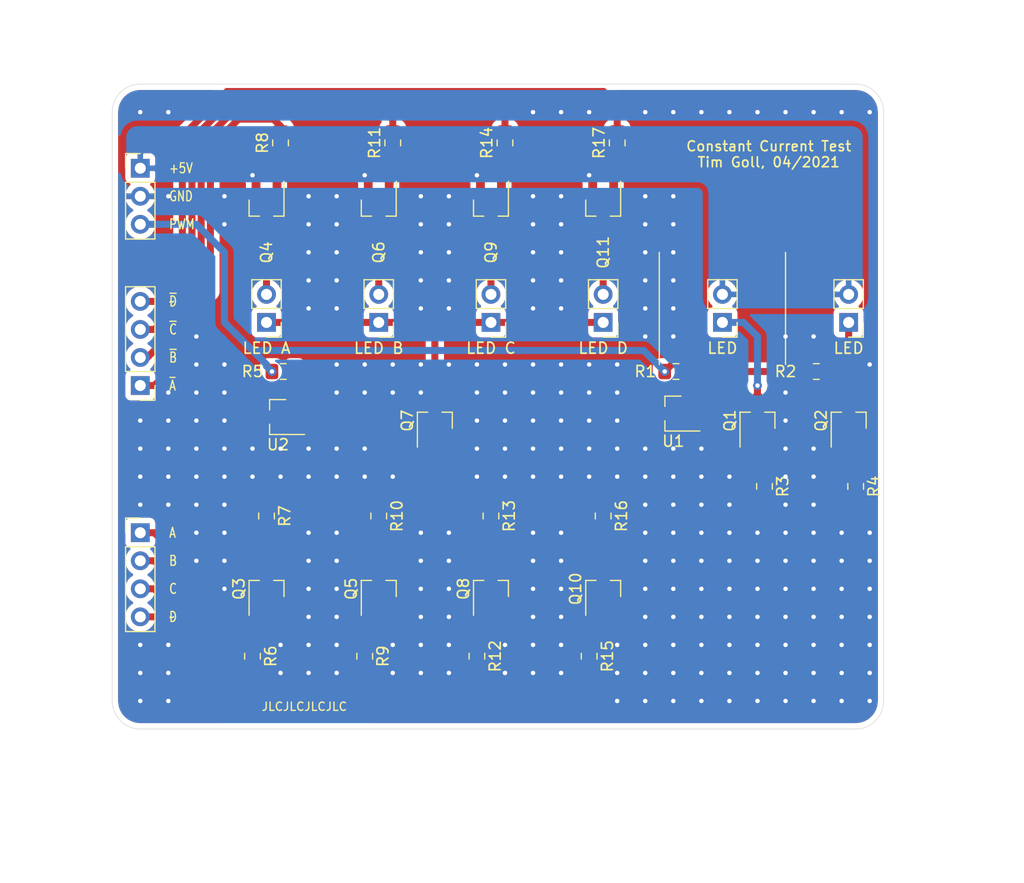
<source format=kicad_pcb>
(kicad_pcb (version 20171130) (host pcbnew "(5.1.6)-1")
  (layers (0 F.Cu signal) (31 B.Cu signal) (34 B.Paste user) (35 F.Paste user) (36 B.SilkS user) (37 F.SilkS user) (38 B.Mask user) (39 F.Mask user) (44 Edge.Cuts user))
  (net 0 "")
  (net 1 +5V)
  (net 2 GND)
  (net 3 pwm)
  (net 4 "Net-(J2-Pad1)")
  (net 5 "Net-(J3-Pad1)")
  (net 6 ~A)
  (net 7 ~B)
  (net 8 ~C)
  (net 9 ~D)
  (net 10 D)
  (net 11 C)
  (net 12 B)
  (net 13 A)
  (net 14 "Net-(J6-Pad2)")
  (net 15 "Net-(J6-Pad1)")
  (net 16 "Net-(J7-Pad2)")
  (net 17 "Net-(J8-Pad2)")
  (net 18 "Net-(J9-Pad2)")
  (net 19 "Net-(Q1-Pad1)")
  (net 20 "Net-(Q1-Pad2)")
  (net 21 "Net-(Q2-Pad1)")
  (net 22 "Net-(Q2-Pad2)")
  (net 23 "Net-(Q3-Pad1)")
  (net 24 "Net-(Q3-Pad3)")
  (net 25 "Net-(Q4-Pad1)")
  (net 26 "Net-(Q5-Pad1)")
  (net 27 "Net-(Q5-Pad3)")
  (net 28 "Net-(Q6-Pad1)")
  (net 29 "Net-(Q7-Pad1)")
  (net 30 "Net-(Q7-Pad2)")
  (net 31 "Net-(Q8-Pad3)")
  (net 32 "Net-(Q8-Pad1)")
  (net 33 "Net-(Q9-Pad1)")
  (net 34 "Net-(Q10-Pad1)")
  (net 35 "Net-(Q10-Pad3)")
  (net 36 "Net-(Q11-Pad1)")
  (module Connector_PinHeader_2.54mm:PinHeader_1x03_P2.54mm_Vertical (layer F.Cu) (at 38.1 30.48)
    (fp_text reference J1 hide)
    (fp_text value conn_in)
    (pad 1 thru_hole rect (at 0 0) (size 1.7 1.7) (drill 1) (layers *.Cu *.Mask) (net 1 +5V))
    (pad 2 thru_hole oval (at 0 2.54) (size 1.7 1.7) (drill 1) (layers *.Cu *.Mask) (net 2 GND))
    (pad 3 thru_hole oval (at 0 5.08) (size 1.7 1.7) (drill 1) (layers *.Cu *.Mask) (net 3 pwm))
  )
  (module Connector_PinHeader_2.54mm:PinHeader_1x02_P2.54mm_Vertical (layer F.Cu) (at 90.805 44.45 180)
    (fp_text reference LED (at 0 -2.33) (layer F.SilkS))
    (fp_text value LED)
    (pad 2 thru_hole oval (at 0 2.54 180) (size 1.7 1.7) (drill 1) (layers *.Cu *.Mask) (net 1 +5V))
    (pad 1 thru_hole rect (at 0 0 180) (size 1.7 1.7) (drill 1) (layers *.Cu *.Mask) (net 4 "Net-(J2-Pad1)"))
  )
  (module Connector_PinHeader_2.54mm:PinHeader_1x02_P2.54mm_Vertical (layer F.Cu) (at 102.235 44.45 180)
    (fp_text reference LED (at 0 -2.33) (layer F.SilkS))
    (fp_text value LED_R)
    (pad 1 thru_hole rect (at 0 0 180) (size 1.7 1.7) (drill 1) (layers *.Cu *.Mask) (net 5 "Net-(J3-Pad1)"))
    (pad 2 thru_hole oval (at 0 2.54 180) (size 1.7 1.7) (drill 1) (layers *.Cu *.Mask) (net 1 +5V))
  )
  (module Connector_PinHeader_2.54mm:PinHeader_1x04_P2.54mm_Vertical (layer F.Cu) (at 38.1 50.165 180)
    (fp_text reference J4 hide)
    (fp_text value ~enb)
    (pad 1 thru_hole rect (at 0 0 180) (size 1.7 1.7) (drill 1) (layers *.Cu *.Mask) (net 6 ~A))
    (pad 2 thru_hole oval (at 0 2.54 180) (size 1.7 1.7) (drill 1) (layers *.Cu *.Mask) (net 7 ~B))
    (pad 3 thru_hole oval (at 0 5.08 180) (size 1.7 1.7) (drill 1) (layers *.Cu *.Mask) (net 8 ~C))
    (pad 4 thru_hole oval (at 0 7.62 180) (size 1.7 1.7) (drill 1) (layers *.Cu *.Mask) (net 9 ~D))
  )
  (module Connector_PinHeader_2.54mm:PinHeader_1x04_P2.54mm_Vertical (layer F.Cu) (at 38.1 63.5)
    (fp_text reference J5 hide)
    (fp_text value enb)
    (pad 4 thru_hole oval (at 0 7.62) (size 1.7 1.7) (drill 1) (layers *.Cu *.Mask) (net 10 D))
    (pad 3 thru_hole oval (at 0 5.08) (size 1.7 1.7) (drill 1) (layers *.Cu *.Mask) (net 11 C))
    (pad 2 thru_hole oval (at 0 2.54) (size 1.7 1.7) (drill 1) (layers *.Cu *.Mask) (net 12 B))
    (pad 1 thru_hole rect (at 0 0) (size 1.7 1.7) (drill 1) (layers *.Cu *.Mask) (net 13 A))
  )
  (module Connector_PinHeader_2.54mm:PinHeader_1x02_P2.54mm_Vertical (layer F.Cu) (at 49.53 44.45 180)
    (fp_text reference "LED A" (at 0 -2.33) (layer F.SilkS))
    (fp_text value LED_A)
    (pad 2 thru_hole oval (at 0 2.54 180) (size 1.7 1.7) (drill 1) (layers *.Cu *.Mask) (net 14 "Net-(J6-Pad2)"))
    (pad 1 thru_hole rect (at 0 0 180) (size 1.7 1.7) (drill 1) (layers *.Cu *.Mask) (net 15 "Net-(J6-Pad1)"))
  )
  (module Connector_PinHeader_2.54mm:PinHeader_1x02_P2.54mm_Vertical (layer F.Cu) (at 59.69 44.45 180)
    (fp_text reference "LED B" (at 0 -2.33) (layer F.SilkS))
    (fp_text value LED_B)
    (pad 1 thru_hole rect (at 0 0 180) (size 1.7 1.7) (drill 1) (layers *.Cu *.Mask) (net 15 "Net-(J6-Pad1)"))
    (pad 2 thru_hole oval (at 0 2.54 180) (size 1.7 1.7) (drill 1) (layers *.Cu *.Mask) (net 16 "Net-(J7-Pad2)"))
  )
  (module Connector_PinHeader_2.54mm:PinHeader_1x02_P2.54mm_Vertical (layer F.Cu) (at 69.85 44.45 180)
    (fp_text reference "LED C" (at 0 -2.33) (layer F.SilkS))
    (fp_text value LED_C)
    (pad 2 thru_hole oval (at 0 2.54 180) (size 1.7 1.7) (drill 1) (layers *.Cu *.Mask) (net 17 "Net-(J8-Pad2)"))
    (pad 1 thru_hole rect (at 0 0 180) (size 1.7 1.7) (drill 1) (layers *.Cu *.Mask) (net 15 "Net-(J6-Pad1)"))
  )
  (module Connector_PinHeader_2.54mm:PinHeader_1x02_P2.54mm_Vertical (layer F.Cu) (at 80.01 44.45 180)
    (fp_text reference "LED D" (at 0 -2.33) (layer F.SilkS))
    (fp_text value LED_D)
    (pad 1 thru_hole rect (at 0 0 180) (size 1.7 1.7) (drill 1) (layers *.Cu *.Mask) (net 15 "Net-(J6-Pad1)"))
    (pad 2 thru_hole oval (at 0 2.54 180) (size 1.7 1.7) (drill 1) (layers *.Cu *.Mask) (net 18 "Net-(J9-Pad2)"))
  )
  (module Package_TO_SOT_SMD:SOT-23_Handsoldering (layer F.Cu) (at 93.98 53.34 90)
    (fp_text reference Q1 (at 0 -2.5 90) (layer F.SilkS))
    (fp_text value BC847C)
    (pad 1 smd rect (at -1.5 -0.95 90) (size 1.9 0.8) (layers F.Cu F.Paste F.Mask) (net 19 "Net-(Q1-Pad1)"))
    (pad 2 smd rect (at -1.5 0.95 90) (size 1.9 0.8) (layers F.Cu F.Paste F.Mask) (net 20 "Net-(Q1-Pad2)"))
    (pad 3 smd rect (at 1.5 0 90) (size 1.9 0.8) (layers F.Cu F.Paste F.Mask) (net 4 "Net-(J2-Pad1)"))
  )
  (module Package_TO_SOT_SMD:SOT-23_Handsoldering (layer F.Cu) (at 102.235 53.34 90)
    (fp_text reference Q2 (at 0 -2.5 90) (layer F.SilkS))
    (fp_text value BC847C)
    (pad 1 smd rect (at -1.5 -0.95 90) (size 1.9 0.8) (layers F.Cu F.Paste F.Mask) (net 21 "Net-(Q2-Pad1)"))
    (pad 2 smd rect (at -1.5 0.95 90) (size 1.9 0.8) (layers F.Cu F.Paste F.Mask) (net 22 "Net-(Q2-Pad2)"))
    (pad 3 smd rect (at 1.5 0 90) (size 1.9 0.8) (layers F.Cu F.Paste F.Mask) (net 5 "Net-(J3-Pad1)"))
  )
  (module Package_TO_SOT_SMD:SOT-23_Handsoldering (layer F.Cu) (at 49.53 68.58 90)
    (fp_text reference Q3 (at 0 -2.5 90) (layer F.SilkS))
    (fp_text value BC847C)
    (pad 1 smd rect (at -1.5 -0.95 90) (size 1.9 0.8) (layers F.Cu F.Paste F.Mask) (net 23 "Net-(Q3-Pad1)"))
    (pad 2 smd rect (at -1.5 0.95 90) (size 1.9 0.8) (layers F.Cu F.Paste F.Mask) (net 2 GND))
    (pad 3 smd rect (at 1.5 0 90) (size 1.9 0.8) (layers F.Cu F.Paste F.Mask) (net 24 "Net-(Q3-Pad3)"))
  )
  (module Package_TO_SOT_SMD:SOT-23_Handsoldering (layer F.Cu) (at 49.53 34.06 270)
    (fp_text reference Q4 (at 4.04 0 90) (layer F.SilkS))
    (fp_text value BC857C)
    (pad 3 smd rect (at 1.5 0 270) (size 1.9 0.8) (layers F.Cu F.Paste F.Mask) (net 14 "Net-(J6-Pad2)"))
    (pad 2 smd rect (at -1.5 0.95 270) (size 1.9 0.8) (layers F.Cu F.Paste F.Mask) (net 1 +5V))
    (pad 1 smd rect (at -1.5 -0.95 270) (size 1.9 0.8) (layers F.Cu F.Paste F.Mask) (net 25 "Net-(Q4-Pad1)"))
  )
  (module Package_TO_SOT_SMD:SOT-23_Handsoldering (layer F.Cu) (at 59.69 68.58 90)
    (fp_text reference Q5 (at 0 -2.5 90) (layer F.SilkS))
    (fp_text value BC847C)
    (pad 1 smd rect (at -1.5 -0.95 90) (size 1.9 0.8) (layers F.Cu F.Paste F.Mask) (net 26 "Net-(Q5-Pad1)"))
    (pad 2 smd rect (at -1.5 0.95 90) (size 1.9 0.8) (layers F.Cu F.Paste F.Mask) (net 2 GND))
    (pad 3 smd rect (at 1.5 0 90) (size 1.9 0.8) (layers F.Cu F.Paste F.Mask) (net 27 "Net-(Q5-Pad3)"))
  )
  (module Package_TO_SOT_SMD:SOT-23_Handsoldering (layer F.Cu) (at 59.69 34.06 270)
    (fp_text reference Q6 (at 4.04 0 90) (layer F.SilkS))
    (fp_text value BC857C)
    (pad 3 smd rect (at 1.5 0 270) (size 1.9 0.8) (layers F.Cu F.Paste F.Mask) (net 16 "Net-(J7-Pad2)"))
    (pad 2 smd rect (at -1.5 0.95 270) (size 1.9 0.8) (layers F.Cu F.Paste F.Mask) (net 1 +5V))
    (pad 1 smd rect (at -1.5 -0.95 270) (size 1.9 0.8) (layers F.Cu F.Paste F.Mask) (net 28 "Net-(Q6-Pad1)"))
  )
  (module Package_TO_SOT_SMD:SOT-23_Handsoldering (layer F.Cu) (at 64.77 53.34 90)
    (fp_text reference Q7 (at 0 -2.5 90) (layer F.SilkS))
    (fp_text value BC847C)
    (pad 1 smd rect (at -1.5 -0.95 90) (size 1.9 0.8) (layers F.Cu F.Paste F.Mask) (net 29 "Net-(Q7-Pad1)"))
    (pad 2 smd rect (at -1.5 0.95 90) (size 1.9 0.8) (layers F.Cu F.Paste F.Mask) (net 30 "Net-(Q7-Pad2)"))
    (pad 3 smd rect (at 1.5 0 90) (size 1.9 0.8) (layers F.Cu F.Paste F.Mask) (net 15 "Net-(J6-Pad1)"))
  )
  (module Package_TO_SOT_SMD:SOT-23_Handsoldering (layer F.Cu) (at 69.85 68.58 90)
    (fp_text reference Q8 (at 0 -2.5 90) (layer F.SilkS))
    (fp_text value BC847C)
    (pad 3 smd rect (at 1.5 0 90) (size 1.9 0.8) (layers F.Cu F.Paste F.Mask) (net 31 "Net-(Q8-Pad3)"))
    (pad 2 smd rect (at -1.5 0.95 90) (size 1.9 0.8) (layers F.Cu F.Paste F.Mask) (net 2 GND))
    (pad 1 smd rect (at -1.5 -0.95 90) (size 1.9 0.8) (layers F.Cu F.Paste F.Mask) (net 32 "Net-(Q8-Pad1)"))
  )
  (module Package_TO_SOT_SMD:SOT-23_Handsoldering (layer F.Cu) (at 69.85 34.06 270)
    (fp_text reference Q9 (at 4.04 0 90) (layer F.SilkS))
    (fp_text value BC857C)
    (pad 1 smd rect (at -1.5 -0.95 270) (size 1.9 0.8) (layers F.Cu F.Paste F.Mask) (net 33 "Net-(Q9-Pad1)"))
    (pad 2 smd rect (at -1.5 0.95 270) (size 1.9 0.8) (layers F.Cu F.Paste F.Mask) (net 1 +5V))
    (pad 3 smd rect (at 1.5 0 270) (size 1.9 0.8) (layers F.Cu F.Paste F.Mask) (net 17 "Net-(J8-Pad2)"))
  )
  (module Package_TO_SOT_SMD:SOT-23_Handsoldering (layer F.Cu) (at 80.01 68.58 90)
    (fp_text reference Q10 (at 0 -2.5 90) (layer F.SilkS))
    (fp_text value BC847C)
    (pad 1 smd rect (at -1.5 -0.95 90) (size 1.9 0.8) (layers F.Cu F.Paste F.Mask) (net 34 "Net-(Q10-Pad1)"))
    (pad 2 smd rect (at -1.5 0.95 90) (size 1.9 0.8) (layers F.Cu F.Paste F.Mask) (net 2 GND))
    (pad 3 smd rect (at 1.5 0 90) (size 1.9 0.8) (layers F.Cu F.Paste F.Mask) (net 35 "Net-(Q10-Pad3)"))
  )
  (module Package_TO_SOT_SMD:SOT-23_Handsoldering (layer F.Cu) (at 80.01 34.06 270)
    (fp_text reference Q11 (at 4.04 0 90) (layer F.SilkS))
    (fp_text value BC857C)
    (pad 3 smd rect (at 1.5 0 270) (size 1.9 0.8) (layers F.Cu F.Paste F.Mask) (net 18 "Net-(J9-Pad2)"))
    (pad 2 smd rect (at -1.5 0.95 270) (size 1.9 0.8) (layers F.Cu F.Paste F.Mask) (net 1 +5V))
    (pad 1 smd rect (at -1.5 -0.95 270) (size 1.9 0.8) (layers F.Cu F.Paste F.Mask) (net 36 "Net-(Q11-Pad1)"))
  )
  (module Resistor_SMD:R_0805_2012Metric_Pad1.15x1.40mm_HandSolder (layer F.Cu) (at 86.605 48.895)
    (fp_text reference R1 (at -2.785 0) (layer F.SilkS))
    (fp_text value 1k)
    (pad 2 smd roundrect (at 1.025 0) (size 1.15 1.4) (layers F.Cu F.Paste F.Mask) (roundrect_rratio 0.217391) (net 19 "Net-(Q1-Pad1)"))
    (pad 1 smd roundrect (at -1.025 0) (size 1.15 1.4) (layers F.Cu F.Paste F.Mask) (roundrect_rratio 0.217391) (net 3 pwm))
  )
  (module Resistor_SMD:R_0805_2012Metric_Pad1.15x1.40mm_HandSolder (layer F.Cu) (at 99.305 48.895)
    (fp_text reference R2 (at -2.785 0) (layer F.SilkS))
    (fp_text value 1k)
    (pad 1 smd roundrect (at -1.025 0) (size 1.15 1.4) (layers F.Cu F.Paste F.Mask) (roundrect_rratio 0.217391) (net 3 pwm))
    (pad 2 smd roundrect (at 1.025 0) (size 1.15 1.4) (layers F.Cu F.Paste F.Mask) (roundrect_rratio 0.217391) (net 21 "Net-(Q2-Pad1)"))
  )
  (module Resistor_SMD:R_0805_2012Metric_Pad1.15x1.40mm_HandSolder (layer F.Cu) (at 94.615 59.3 270)
    (fp_text reference R3 (at 0 -1.65 90) (layer F.SilkS))
    (fp_text value 62R)
    (pad 1 smd roundrect (at -1.025 0 270) (size 1.15 1.4) (layers F.Cu F.Paste F.Mask) (roundrect_rratio 0.217391) (net 20 "Net-(Q1-Pad2)"))
    (pad 2 smd roundrect (at 1.025 0 270) (size 1.15 1.4) (layers F.Cu F.Paste F.Mask) (roundrect_rratio 0.217391) (net 2 GND))
  )
  (module Resistor_SMD:R_0805_2012Metric_Pad1.15x1.40mm_HandSolder (layer F.Cu) (at 102.87 59.3 270)
    (fp_text reference R4 (at 0 -1.65 90) (layer F.SilkS))
    (fp_text value 150R)
    (pad 2 smd roundrect (at 1.025 0 270) (size 1.15 1.4) (layers F.Cu F.Paste F.Mask) (roundrect_rratio 0.217391) (net 2 GND))
    (pad 1 smd roundrect (at -1.025 0 270) (size 1.15 1.4) (layers F.Cu F.Paste F.Mask) (roundrect_rratio 0.217391) (net 22 "Net-(Q2-Pad2)"))
  )
  (module Resistor_SMD:R_0805_2012Metric_Pad1.15x1.40mm_HandSolder (layer F.Cu) (at 51.045 48.895)
    (fp_text reference R5 (at -2.785 0) (layer F.SilkS))
    (fp_text value 1k)
    (pad 1 smd roundrect (at -1.025 0) (size 1.15 1.4) (layers F.Cu F.Paste F.Mask) (roundrect_rratio 0.217391) (net 3 pwm))
    (pad 2 smd roundrect (at 1.025 0) (size 1.15 1.4) (layers F.Cu F.Paste F.Mask) (roundrect_rratio 0.217391) (net 29 "Net-(Q7-Pad1)"))
  )
  (module Resistor_SMD:R_0805_2012Metric_Pad1.15x1.40mm_HandSolder (layer F.Cu) (at 48.26 74.685 270)
    (fp_text reference R6 (at 0 -1.65 90) (layer F.SilkS))
    (fp_text value 1k)
    (pad 2 smd roundrect (at 1.025 0 270) (size 1.15 1.4) (layers F.Cu F.Paste F.Mask) (roundrect_rratio 0.217391) (net 13 A))
    (pad 1 smd roundrect (at -1.025 0 270) (size 1.15 1.4) (layers F.Cu F.Paste F.Mask) (roundrect_rratio 0.217391) (net 23 "Net-(Q3-Pad1)"))
  )
  (module Resistor_SMD:R_0805_2012Metric_Pad1.15x1.40mm_HandSolder (layer F.Cu) (at 49.53 61.985 270)
    (fp_text reference R7 (at 0 -1.65 90) (layer F.SilkS))
    (fp_text value 62R)
    (pad 1 smd roundrect (at -1.025 0 270) (size 1.15 1.4) (layers F.Cu F.Paste F.Mask) (roundrect_rratio 0.217391) (net 30 "Net-(Q7-Pad2)"))
    (pad 2 smd roundrect (at 1.025 0 270) (size 1.15 1.4) (layers F.Cu F.Paste F.Mask) (roundrect_rratio 0.217391) (net 24 "Net-(Q3-Pad3)"))
  )
  (module Resistor_SMD:R_0805_2012Metric_Pad1.15x1.40mm_HandSolder (layer F.Cu) (at 50.8 28.185 90)
    (fp_text reference R8 (at 0 -1.65 90) (layer F.SilkS))
    (fp_text value 1k)
    (pad 1 smd roundrect (at -1.025 0 90) (size 1.15 1.4) (layers F.Cu F.Paste F.Mask) (roundrect_rratio 0.217391) (net 25 "Net-(Q4-Pad1)"))
    (pad 2 smd roundrect (at 1.025 0 90) (size 1.15 1.4) (layers F.Cu F.Paste F.Mask) (roundrect_rratio 0.217391) (net 6 ~A))
  )
  (module Resistor_SMD:R_0805_2012Metric_Pad1.15x1.40mm_HandSolder (layer F.Cu) (at 58.42 74.685 270)
    (fp_text reference R9 (at 0 -1.65 270) (layer F.SilkS))
    (fp_text value 1k)
    (pad 2 smd roundrect (at 1.025 0 270) (size 1.15 1.4) (layers F.Cu F.Paste F.Mask) (roundrect_rratio 0.217391) (net 12 B))
    (pad 1 smd roundrect (at -1.025 0 270) (size 1.15 1.4) (layers F.Cu F.Paste F.Mask) (roundrect_rratio 0.217391) (net 26 "Net-(Q5-Pad1)"))
  )
  (module Resistor_SMD:R_0805_2012Metric_Pad1.15x1.40mm_HandSolder (layer F.Cu) (at 59.69 61.985 270)
    (fp_text reference R10 (at 0 -1.65 90) (layer F.SilkS))
    (fp_text value 62R)
    (pad 1 smd roundrect (at -1.025 0 270) (size 1.15 1.4) (layers F.Cu F.Paste F.Mask) (roundrect_rratio 0.217391) (net 30 "Net-(Q7-Pad2)"))
    (pad 2 smd roundrect (at 1.025 0 270) (size 1.15 1.4) (layers F.Cu F.Paste F.Mask) (roundrect_rratio 0.217391) (net 27 "Net-(Q5-Pad3)"))
  )
  (module Resistor_SMD:R_0805_2012Metric_Pad1.15x1.40mm_HandSolder (layer F.Cu) (at 60.96 28.185 90)
    (fp_text reference R11 (at 0 -1.65 90) (layer F.SilkS))
    (fp_text value 1k)
    (pad 2 smd roundrect (at 1.025 0 90) (size 1.15 1.4) (layers F.Cu F.Paste F.Mask) (roundrect_rratio 0.217391) (net 7 ~B))
    (pad 1 smd roundrect (at -1.025 0 90) (size 1.15 1.4) (layers F.Cu F.Paste F.Mask) (roundrect_rratio 0.217391) (net 28 "Net-(Q6-Pad1)"))
  )
  (module Resistor_SMD:R_0805_2012Metric_Pad1.15x1.40mm_HandSolder (layer F.Cu) (at 68.58 74.685 270)
    (fp_text reference R12 (at 0 -1.65 90) (layer F.SilkS))
    (fp_text value 1k)
    (pad 1 smd roundrect (at -1.025 0 270) (size 1.15 1.4) (layers F.Cu F.Paste F.Mask) (roundrect_rratio 0.217391) (net 32 "Net-(Q8-Pad1)"))
    (pad 2 smd roundrect (at 1.025 0 270) (size 1.15 1.4) (layers F.Cu F.Paste F.Mask) (roundrect_rratio 0.217391) (net 11 C))
  )
  (module Resistor_SMD:R_0805_2012Metric_Pad1.15x1.40mm_HandSolder (layer F.Cu) (at 69.85 61.985 270)
    (fp_text reference R13 (at 0 -1.65 90) (layer F.SilkS))
    (fp_text value 62R)
    (pad 2 smd roundrect (at 1.025 0 270) (size 1.15 1.4) (layers F.Cu F.Paste F.Mask) (roundrect_rratio 0.217391) (net 31 "Net-(Q8-Pad3)"))
    (pad 1 smd roundrect (at -1.025 0 270) (size 1.15 1.4) (layers F.Cu F.Paste F.Mask) (roundrect_rratio 0.217391) (net 30 "Net-(Q7-Pad2)"))
  )
  (module Resistor_SMD:R_0805_2012Metric_Pad1.15x1.40mm_HandSolder (layer F.Cu) (at 71.12 28.185 90)
    (fp_text reference R14 (at 0 -1.65 90) (layer F.SilkS))
    (fp_text value 1k)
    (pad 1 smd roundrect (at -1.025 0 90) (size 1.15 1.4) (layers F.Cu F.Paste F.Mask) (roundrect_rratio 0.217391) (net 33 "Net-(Q9-Pad1)"))
    (pad 2 smd roundrect (at 1.025 0 90) (size 1.15 1.4) (layers F.Cu F.Paste F.Mask) (roundrect_rratio 0.217391) (net 8 ~C))
  )
  (module Resistor_SMD:R_0805_2012Metric_Pad1.15x1.40mm_HandSolder (layer F.Cu) (at 78.74 74.685 270)
    (fp_text reference R15 (at 0 -1.65 90) (layer F.SilkS))
    (fp_text value 1k)
    (pad 2 smd roundrect (at 1.025 0 270) (size 1.15 1.4) (layers F.Cu F.Paste F.Mask) (roundrect_rratio 0.217391) (net 10 D))
    (pad 1 smd roundrect (at -1.025 0 270) (size 1.15 1.4) (layers F.Cu F.Paste F.Mask) (roundrect_rratio 0.217391) (net 34 "Net-(Q10-Pad1)"))
  )
  (module Resistor_SMD:R_0805_2012Metric_Pad1.15x1.40mm_HandSolder (layer F.Cu) (at 80.01 61.985 270)
    (fp_text reference R16 (at 0 -1.65 90) (layer F.SilkS))
    (fp_text value 62R)
    (pad 1 smd roundrect (at -1.025 0 270) (size 1.15 1.4) (layers F.Cu F.Paste F.Mask) (roundrect_rratio 0.217391) (net 30 "Net-(Q7-Pad2)"))
    (pad 2 smd roundrect (at 1.025 0 270) (size 1.15 1.4) (layers F.Cu F.Paste F.Mask) (roundrect_rratio 0.217391) (net 35 "Net-(Q10-Pad3)"))
  )
  (module Resistor_SMD:R_0805_2012Metric_Pad1.15x1.40mm_HandSolder (layer F.Cu) (at 81.28 28.185 90)
    (fp_text reference R17 (at 0 -1.65 90) (layer F.SilkS))
    (fp_text value 1k)
    (pad 2 smd roundrect (at 1.025 0 90) (size 1.15 1.4) (layers F.Cu F.Paste F.Mask) (roundrect_rratio 0.217391) (net 9 ~D))
    (pad 1 smd roundrect (at -1.025 0 90) (size 1.15 1.4) (layers F.Cu F.Paste F.Mask) (roundrect_rratio 0.217391) (net 36 "Net-(Q11-Pad1)"))
  )
  (module Package_TO_SOT_SMD:SOT-23_Handsoldering (layer F.Cu) (at 86.36 52.705 180)
    (fp_text reference U1 (at 0 -2.5) (layer F.SilkS))
    (fp_text value tlv431)
    (pad 3 smd rect (at 1.5 0 180) (size 1.9 0.8) (layers F.Cu F.Paste F.Mask) (net 2 GND))
    (pad 2 smd rect (at -1.5 0.95 180) (size 1.9 0.8) (layers F.Cu F.Paste F.Mask) (net 19 "Net-(Q1-Pad1)"))
    (pad 1 smd rect (at -1.5 -0.95 180) (size 1.9 0.8) (layers F.Cu F.Paste F.Mask) (net 20 "Net-(Q1-Pad2)"))
  )
  (module Package_TO_SOT_SMD:SOT-23_Handsoldering (layer F.Cu) (at 50.57 53.02 180)
    (fp_text reference U2 (at 0 -2.5) (layer F.SilkS))
    (fp_text value tlv431)
    (pad 3 smd rect (at 1.5 0 180) (size 1.9 0.8) (layers F.Cu F.Paste F.Mask) (net 2 GND))
    (pad 2 smd rect (at -1.5 0.95 180) (size 1.9 0.8) (layers F.Cu F.Paste F.Mask) (net 29 "Net-(Q7-Pad1)"))
    (pad 1 smd rect (at -1.5 -0.95 180) (size 1.9 0.8) (layers F.Cu F.Paste F.Mask) (net 30 "Net-(Q7-Pad2)"))
  )
  (gr_text D (at 40.64 71.12) (layer F.SilkS) (effects (font (size 0.9 0.7) (thickness 0.12)) (justify left)))
  (gr_text ~D (at 40.64 42.545) (layer F.SilkS) (effects (font (size 0.9 0.7) (thickness 0.12)) (justify left)))
  (gr_text ~ (at 40.64 71.12) (layer F.SilkS) (effects (font (size 0.9 0.7) (thickness 0.12)) (justify left)))
  (gr_text C (at 40.64 68.58) (layer F.SilkS) (effects (font (size 0.9 0.7) (thickness 0.12)) (justify left)))
  (gr_text B (at 40.64 66.04) (layer F.SilkS) (effects (font (size 0.9 0.7) (thickness 0.12)) (justify left)))
  (gr_text A (at 40.64 63.5) (layer F.SilkS) (effects (font (size 0.9 0.7) (thickness 0.12)) (justify left)))
  (gr_text ~A (at 40.64 50.165) (layer F.SilkS) (effects (font (size 0.9 0.7) (thickness 0.12)) (justify left)))
  (gr_text ~B (at 40.64 47.625) (layer F.SilkS) (effects (font (size 0.9 0.7) (thickness 0.12)) (justify left)))
  (gr_text ~C (at 40.64 45.085) (layer F.SilkS) (effects (font (size 0.9 0.7) (thickness 0.12)) (justify left)))
  (gr_text ~ (at 40.64 42.545) (layer F.SilkS) (effects (font (size 0.9 0.7) (thickness 0.12)) (justify left)))
  (gr_text PWM (at 40.64 35.56) (layer F.SilkS) (effects (font (size 0.9 0.7) (thickness 0.12)) (justify left)))
  (gr_text GND (at 40.64 33.02) (layer F.SilkS) (effects (font (size 0.9 0.7) (thickness 0.12)) (justify left)))
  (gr_text +5V (at 40.64 30.48) (layer F.SilkS) (effects (font (size 0.9 0.7) (thickness 0.12)) (justify left)))
  (gr_text JLCJLCJLCJLC (at 56.896 79.248) (layer F.SilkS) (effects (font (size 0.75 0.75) (thickness 0.12)) (justify right)))
  (gr_text "Constant Current Test\nTim Goll, 04/2021" (at 94.996 29.21) (layer F.SilkS) (effects (font (size 0.9 0.9))))
  (gr_line (start 85.09 38.1) (end 85.09 48.26) (layer F.SilkS) (width 0.12))
  (gr_line (start 96.52 38.1) (end 96.52 48.26) (layer F.SilkS) (width 0.12))
  (gr_arc (start 102.87 25.4) (end 105.41 25.4) (angle -90) (layer Edge.Cuts) (width 0.05))
  (gr_arc (start 102.87 78.74) (end 102.87 81.28) (angle -90) (layer Edge.Cuts) (width 0.05))
  (gr_line (start 101.6 22.86) (end 102.87 22.86) (layer Edge.Cuts) (width 0.05))
  (gr_line (start 101.6 81.28) (end 102.87 81.28) (layer Edge.Cuts) (width 0.05))
  (gr_line (start 105.41 25.4) (end 105.41 78.74) (layer Edge.Cuts) (width 0.05))
  (gr_arc (start 38.1 78.74) (end 35.56 78.74) (angle -90) (layer Edge.Cuts) (width 0.05))
  (gr_arc (start 38.1 25.4) (end 38.1 22.86) (angle -90) (layer Edge.Cuts) (width 0.05))
  (gr_line (start 35.56 78.74) (end 35.56 25.4) (layer Edge.Cuts) (width 0.05))
  (gr_line (start 101.6 81.28) (end 38.1 81.28) (layer Edge.Cuts) (width 0.05))
  (gr_line (start 38.1 22.86) (end 101.6 22.86) (layer Edge.Cuts) (width 0.05))
  (via (at 104.14 25.4) (size 0.8) (drill 0.4) (layers F.Cu B.Cu) (net 2))
  (via (at 104.14 48.26) (size 0.8) (drill 0.4) (layers F.Cu B.Cu) (net 2))
  (via (at 104.14 63.5) (size 0.8) (drill 0.4) (layers F.Cu B.Cu) (net 2))
  (via (at 104.14 66.04) (size 0.8) (drill 0.4) (layers F.Cu B.Cu) (net 2))
  (via (at 104.14 68.58) (size 0.8) (drill 0.4) (layers F.Cu B.Cu) (net 2))
  (via (at 104.14 71.12) (size 0.8) (drill 0.4) (layers F.Cu B.Cu) (net 2))
  (via (at 104.14 73.66) (size 0.8) (drill 0.4) (layers F.Cu B.Cu) (net 2))
  (via (at 104.14 76.2) (size 0.8) (drill 0.4) (layers F.Cu B.Cu) (net 2))
  (via (at 104.14 78.74) (size 0.8) (drill 0.4) (layers F.Cu B.Cu) (net 2))
  (via (at 48.26 31.115) (size 0.8) (drill 0.4) (layers F.Cu B.Cu) (net 1))
  (segment (start 48.58 32.56) (end 48.58 31.435) (width 0.635) (layer F.Cu) (net 1))
  (segment (start 48.58 31.435) (end 48.26 31.115) (width 0.635) (layer F.Cu) (net 1))
  (via (at 58.42 31.115) (size 0.8) (drill 0.4) (layers F.Cu B.Cu) (net 1))
  (segment (start 58.74 32.56) (end 58.74 31.435) (width 0.635) (layer F.Cu) (net 1))
  (segment (start 58.74 31.435) (end 58.42 31.115) (width 0.635) (layer F.Cu) (net 1))
  (via (at 68.58 31.115) (size 0.8) (drill 0.4) (layers F.Cu B.Cu) (net 1))
  (segment (start 68.9 32.56) (end 68.9 31.435) (width 0.635) (layer F.Cu) (net 1))
  (segment (start 68.9 31.435) (end 68.58 31.115) (width 0.635) (layer F.Cu) (net 1))
  (via (at 78.74 31.115) (size 0.8) (drill 0.4) (layers F.Cu B.Cu) (net 1))
  (segment (start 79.06 32.56) (end 79.06 31.435) (width 0.635) (layer F.Cu) (net 1))
  (segment (start 79.06 31.435) (end 78.74 31.115) (width 0.635) (layer F.Cu) (net 1))
  (via (at 38.1 53.34) (size 0.8) (drill 0.4) (layers F.Cu B.Cu) (net 2))
  (via (at 38.1 55.88) (size 0.8) (drill 0.4) (layers F.Cu B.Cu) (net 2))
  (via (at 38.1 58.42) (size 0.8) (drill 0.4) (layers F.Cu B.Cu) (net 2))
  (via (at 38.1 60.96) (size 0.8) (drill 0.4) (layers F.Cu B.Cu) (net 2))
  (via (at 40.64 60.96) (size 0.8) (drill 0.4) (layers F.Cu B.Cu) (net 2))
  (via (at 43.18 60.96) (size 0.8) (drill 0.4) (layers F.Cu B.Cu) (net 2))
  (via (at 45.72 60.96) (size 0.8) (drill 0.4) (layers F.Cu B.Cu) (net 2))
  (via (at 45.72 58.42) (size 0.8) (drill 0.4) (layers F.Cu B.Cu) (net 2))
  (via (at 43.18 58.42) (size 0.8) (drill 0.4) (layers F.Cu B.Cu) (net 2))
  (via (at 40.64 58.42) (size 0.8) (drill 0.4) (layers F.Cu B.Cu) (net 2))
  (via (at 40.64 55.88) (size 0.8) (drill 0.4) (layers F.Cu B.Cu) (net 2))
  (via (at 40.64 53.34) (size 0.8) (drill 0.4) (layers F.Cu B.Cu) (net 2))
  (via (at 43.18 53.34) (size 0.8) (drill 0.4) (layers F.Cu B.Cu) (net 2))
  (via (at 43.18 55.88) (size 0.8) (drill 0.4) (layers F.Cu B.Cu) (net 2))
  (via (at 45.72 55.88) (size 0.8) (drill 0.4) (layers F.Cu B.Cu) (net 2))
  (via (at 45.72 53.34) (size 0.8) (drill 0.4) (layers F.Cu B.Cu) (net 2))
  (via (at 48.26 55.88) (size 0.8) (drill 0.4) (layers F.Cu B.Cu) (net 2))
  (via (at 48.26 58.42) (size 0.8) (drill 0.4) (layers F.Cu B.Cu) (net 2))
  (via (at 50.8 58.42) (size 0.8) (drill 0.4) (layers F.Cu B.Cu) (net 2))
  (via (at 50.8 55.88) (size 0.8) (drill 0.4) (layers F.Cu B.Cu) (net 2))
  (via (at 53.34 55.88) (size 0.8) (drill 0.4) (layers F.Cu B.Cu) (net 2))
  (via (at 53.34 58.42) (size 0.8) (drill 0.4) (layers F.Cu B.Cu) (net 2))
  (via (at 55.88 58.42) (size 0.8) (drill 0.4) (layers F.Cu B.Cu) (net 2))
  (via (at 55.88 55.88) (size 0.8) (drill 0.4) (layers F.Cu B.Cu) (net 2))
  (via (at 58.42 55.88) (size 0.8) (drill 0.4) (layers F.Cu B.Cu) (net 2))
  (via (at 58.42 58.42) (size 0.8) (drill 0.4) (layers F.Cu B.Cu) (net 2))
  (via (at 60.96 58.42) (size 0.8) (drill 0.4) (layers F.Cu B.Cu) (net 2))
  (via (at 45.72 50.8) (size 0.8) (drill 0.4) (layers F.Cu B.Cu) (net 2))
  (via (at 43.18 50.8) (size 0.8) (drill 0.4) (layers F.Cu B.Cu) (net 2))
  (via (at 40.64 50.8) (size 0.8) (drill 0.4) (layers F.Cu B.Cu) (net 2))
  (via (at 43.18 48.26) (size 0.8) (drill 0.4) (layers F.Cu B.Cu) (net 2))
  (via (at 45.72 48.26) (size 0.8) (drill 0.4) (layers F.Cu B.Cu) (net 2))
  (via (at 43.18 45.72) (size 0.8) (drill 0.4) (layers F.Cu B.Cu) (net 2))
  (via (at 68.58 58.42) (size 0.8) (drill 0.4) (layers F.Cu B.Cu) (net 2))
  (via (at 68.58 55.88) (size 0.8) (drill 0.4) (layers F.Cu B.Cu) (net 2))
  (via (at 68.58 53.34) (size 0.8) (drill 0.4) (layers F.Cu B.Cu) (net 2))
  (via (at 68.58 50.8) (size 0.8) (drill 0.4) (layers F.Cu B.Cu) (net 2))
  (via (at 68.58 48.26) (size 0.8) (drill 0.4) (layers F.Cu B.Cu) (net 2))
  (via (at 71.12 48.26) (size 0.8) (drill 0.4) (layers F.Cu B.Cu) (net 2))
  (via (at 73.66 48.26) (size 0.8) (drill 0.4) (layers F.Cu B.Cu) (net 2))
  (via (at 76.2 48.26) (size 0.8) (drill 0.4) (layers F.Cu B.Cu) (net 2))
  (via (at 78.74 48.26) (size 0.8) (drill 0.4) (layers F.Cu B.Cu) (net 2))
  (via (at 81.28 48.26) (size 0.8) (drill 0.4) (layers F.Cu B.Cu) (net 2))
  (via (at 81.28 50.8) (size 0.8) (drill 0.4) (layers F.Cu B.Cu) (net 2))
  (via (at 81.28 53.34) (size 0.8) (drill 0.4) (layers F.Cu B.Cu) (net 2))
  (via (at 81.28 55.88) (size 0.8) (drill 0.4) (layers F.Cu B.Cu) (net 2))
  (via (at 81.28 58.42) (size 0.8) (drill 0.4) (layers F.Cu B.Cu) (net 2))
  (via (at 78.74 58.42) (size 0.8) (drill 0.4) (layers F.Cu B.Cu) (net 2))
  (via (at 76.2 58.42) (size 0.8) (drill 0.4) (layers F.Cu B.Cu) (net 2))
  (via (at 73.66 58.42) (size 0.8) (drill 0.4) (layers F.Cu B.Cu) (net 2))
  (via (at 71.12 58.42) (size 0.8) (drill 0.4) (layers F.Cu B.Cu) (net 2))
  (via (at 71.12 55.88) (size 0.8) (drill 0.4) (layers F.Cu B.Cu) (net 2))
  (via (at 73.66 55.88) (size 0.8) (drill 0.4) (layers F.Cu B.Cu) (net 2))
  (via (at 76.2 55.88) (size 0.8) (drill 0.4) (layers F.Cu B.Cu) (net 2))
  (via (at 78.74 55.88) (size 0.8) (drill 0.4) (layers F.Cu B.Cu) (net 2))
  (via (at 78.74 53.34) (size 0.8) (drill 0.4) (layers F.Cu B.Cu) (net 2))
  (via (at 76.2 53.34) (size 0.8) (drill 0.4) (layers F.Cu B.Cu) (net 2))
  (via (at 73.66 53.34) (size 0.8) (drill 0.4) (layers F.Cu B.Cu) (net 2))
  (via (at 71.12 53.34) (size 0.8) (drill 0.4) (layers F.Cu B.Cu) (net 2))
  (via (at 71.12 50.8) (size 0.8) (drill 0.4) (layers F.Cu B.Cu) (net 2))
  (via (at 73.66 50.8) (size 0.8) (drill 0.4) (layers F.Cu B.Cu) (net 2))
  (via (at 76.2 50.8) (size 0.8) (drill 0.4) (layers F.Cu B.Cu) (net 2))
  (via (at 78.74 50.8) (size 0.8) (drill 0.4) (layers F.Cu B.Cu) (net 2))
  (via (at 66.04 48.26) (size 0.8) (drill 0.4) (layers F.Cu B.Cu) (net 2))
  (via (at 63.5 48.26) (size 0.8) (drill 0.4) (layers F.Cu B.Cu) (net 2))
  (via (at 60.96 48.26) (size 0.8) (drill 0.4) (layers F.Cu B.Cu) (net 2))
  (via (at 58.42 48.26) (size 0.8) (drill 0.4) (layers F.Cu B.Cu) (net 2))
  (via (at 55.88 48.26) (size 0.8) (drill 0.4) (layers F.Cu B.Cu) (net 2))
  (via (at 55.88 50.8) (size 0.8) (drill 0.4) (layers F.Cu B.Cu) (net 2))
  (via (at 58.42 50.8) (size 0.8) (drill 0.4) (layers F.Cu B.Cu) (net 2))
  (via (at 60.96 50.8) (size 0.8) (drill 0.4) (layers F.Cu B.Cu) (net 2))
  (via (at 63.5 50.8) (size 0.8) (drill 0.4) (layers F.Cu B.Cu) (net 2))
  (via (at 83.82 55.88) (size 0.8) (drill 0.4) (layers F.Cu B.Cu) (net 2))
  (via (at 86.36 55.88) (size 0.8) (drill 0.4) (layers F.Cu B.Cu) (net 2))
  (via (at 88.9 55.88) (size 0.8) (drill 0.4) (layers F.Cu B.Cu) (net 2))
  (via (at 91.44 58.42) (size 0.8) (drill 0.4) (layers F.Cu B.Cu) (net 2))
  (via (at 88.9 58.42) (size 0.8) (drill 0.4) (layers F.Cu B.Cu) (net 2))
  (via (at 86.36 58.42) (size 0.8) (drill 0.4) (layers F.Cu B.Cu) (net 2))
  (via (at 83.82 58.42) (size 0.8) (drill 0.4) (layers F.Cu B.Cu) (net 2))
  (via (at 83.82 60.96) (size 0.8) (drill 0.4) (layers F.Cu B.Cu) (net 2))
  (via (at 86.36 60.96) (size 0.8) (drill 0.4) (layers F.Cu B.Cu) (net 2))
  (via (at 88.9 60.96) (size 0.8) (drill 0.4) (layers F.Cu B.Cu) (net 2))
  (via (at 91.44 60.96) (size 0.8) (drill 0.4) (layers F.Cu B.Cu) (net 2))
  (via (at 96.52 60.96) (size 0.8) (drill 0.4) (layers F.Cu B.Cu) (net 2))
  (via (at 96.52 58.42) (size 0.8) (drill 0.4) (layers F.Cu B.Cu) (net 2))
  (via (at 99.06 58.42) (size 0.8) (drill 0.4) (layers F.Cu B.Cu) (net 2))
  (via (at 99.06 60.96) (size 0.8) (drill 0.4) (layers F.Cu B.Cu) (net 2))
  (via (at 101.6 63.5) (size 0.8) (drill 0.4) (layers F.Cu B.Cu) (net 2))
  (via (at 101.6 68.58) (size 0.8) (drill 0.4) (layers F.Cu B.Cu) (net 2))
  (via (at 101.6 66.04) (size 0.8) (drill 0.4) (layers F.Cu B.Cu) (net 2))
  (via (at 101.6 71.12) (size 0.8) (drill 0.4) (layers F.Cu B.Cu) (net 2))
  (via (at 101.6 73.66) (size 0.8) (drill 0.4) (layers F.Cu B.Cu) (net 2))
  (via (at 101.6 76.2) (size 0.8) (drill 0.4) (layers F.Cu B.Cu) (net 2))
  (via (at 96.52 76.2) (size 0.8) (drill 0.4) (layers F.Cu B.Cu) (net 2))
  (via (at 101.6 78.74) (size 0.8) (drill 0.4) (layers F.Cu B.Cu) (net 2))
  (via (at 99.06 78.74) (size 0.8) (drill 0.4) (layers F.Cu B.Cu) (net 2))
  (via (at 96.52 78.74) (size 0.8) (drill 0.4) (layers F.Cu B.Cu) (net 2))
  (via (at 91.44 78.74) (size 0.8) (drill 0.4) (layers F.Cu B.Cu) (net 2))
  (via (at 93.98 78.74) (size 0.8) (drill 0.4) (layers F.Cu B.Cu) (net 2))
  (via (at 88.9 78.74) (size 0.8) (drill 0.4) (layers F.Cu B.Cu) (net 2))
  (via (at 83.82 78.74) (size 0.8) (drill 0.4) (layers F.Cu B.Cu) (net 2))
  (via (at 86.36 78.74) (size 0.8) (drill 0.4) (layers F.Cu B.Cu) (net 2))
  (via (at 81.28 78.74) (size 0.8) (drill 0.4) (layers F.Cu B.Cu) (net 2))
  (via (at 81.28 76.2) (size 0.8) (drill 0.4) (layers F.Cu B.Cu) (net 2))
  (via (at 83.82 76.2) (size 0.8) (drill 0.4) (layers F.Cu B.Cu) (net 2))
  (via (at 81.28 73.66) (size 0.8) (drill 0.4) (layers F.Cu B.Cu) (net 2))
  (via (at 83.82 73.66) (size 0.8) (drill 0.4) (layers F.Cu B.Cu) (net 2))
  (via (at 83.82 71.12) (size 0.8) (drill 0.4) (layers F.Cu B.Cu) (net 2))
  (via (at 83.82 68.58) (size 0.8) (drill 0.4) (layers F.Cu B.Cu) (net 2))
  (via (at 83.82 66.04) (size 0.8) (drill 0.4) (layers F.Cu B.Cu) (net 2))
  (via (at 83.82 63.5) (size 0.8) (drill 0.4) (layers F.Cu B.Cu) (net 2))
  (via (at 86.36 63.5) (size 0.8) (drill 0.4) (layers F.Cu B.Cu) (net 2))
  (via (at 86.36 66.04) (size 0.8) (drill 0.4) (layers F.Cu B.Cu) (net 2))
  (via (at 86.36 68.58) (size 0.8) (drill 0.4) (layers F.Cu B.Cu) (net 2))
  (via (at 86.36 71.12) (size 0.8) (drill 0.4) (layers F.Cu B.Cu) (net 2))
  (via (at 86.36 73.66) (size 0.8) (drill 0.4) (layers F.Cu B.Cu) (net 2))
  (via (at 86.36 76.2) (size 0.8) (drill 0.4) (layers F.Cu B.Cu) (net 2))
  (via (at 88.9 76.2) (size 0.8) (drill 0.4) (layers F.Cu B.Cu) (net 2))
  (via (at 88.9 73.66) (size 0.8) (drill 0.4) (layers F.Cu B.Cu) (net 2))
  (via (at 88.9 71.12) (size 0.8) (drill 0.4) (layers F.Cu B.Cu) (net 2))
  (via (at 88.9 68.58) (size 0.8) (drill 0.4) (layers F.Cu B.Cu) (net 2))
  (via (at 88.9 66.04) (size 0.8) (drill 0.4) (layers F.Cu B.Cu) (net 2))
  (via (at 88.9 63.5) (size 0.8) (drill 0.4) (layers F.Cu B.Cu) (net 2))
  (via (at 91.44 63.5) (size 0.8) (drill 0.4) (layers F.Cu B.Cu) (net 2))
  (via (at 91.44 66.04) (size 0.8) (drill 0.4) (layers F.Cu B.Cu) (net 2))
  (via (at 91.44 68.58) (size 0.8) (drill 0.4) (layers F.Cu B.Cu) (net 2))
  (via (at 91.44 71.12) (size 0.8) (drill 0.4) (layers F.Cu B.Cu) (net 2))
  (via (at 91.44 73.66) (size 0.8) (drill 0.4) (layers F.Cu B.Cu) (net 2))
  (via (at 91.44 76.2) (size 0.8) (drill 0.4) (layers F.Cu B.Cu) (net 2))
  (via (at 93.98 76.2) (size 0.8) (drill 0.4) (layers F.Cu B.Cu) (net 2))
  (via (at 93.98 73.66) (size 0.8) (drill 0.4) (layers F.Cu B.Cu) (net 2))
  (via (at 96.52 73.66) (size 0.8) (drill 0.4) (layers F.Cu B.Cu) (net 2))
  (via (at 99.06 73.66) (size 0.8) (drill 0.4) (layers F.Cu B.Cu) (net 2))
  (via (at 99.06 76.2) (size 0.8) (drill 0.4) (layers F.Cu B.Cu) (net 2))
  (via (at 99.06 71.12) (size 0.8) (drill 0.4) (layers F.Cu B.Cu) (net 2))
  (via (at 96.52 71.12) (size 0.8) (drill 0.4) (layers F.Cu B.Cu) (net 2))
  (via (at 93.98 71.12) (size 0.8) (drill 0.4) (layers F.Cu B.Cu) (net 2))
  (via (at 93.98 68.58) (size 0.8) (drill 0.4) (layers F.Cu B.Cu) (net 2))
  (via (at 96.52 68.58) (size 0.8) (drill 0.4) (layers F.Cu B.Cu) (net 2))
  (via (at 99.06 68.58) (size 0.8) (drill 0.4) (layers F.Cu B.Cu) (net 2))
  (via (at 99.06 66.04) (size 0.8) (drill 0.4) (layers F.Cu B.Cu) (net 2))
  (via (at 96.52 66.04) (size 0.8) (drill 0.4) (layers F.Cu B.Cu) (net 2))
  (via (at 93.98 66.04) (size 0.8) (drill 0.4) (layers F.Cu B.Cu) (net 2))
  (via (at 93.98 63.5) (size 0.8) (drill 0.4) (layers F.Cu B.Cu) (net 2))
  (via (at 96.52 63.5) (size 0.8) (drill 0.4) (layers F.Cu B.Cu) (net 2))
  (via (at 99.06 63.5) (size 0.8) (drill 0.4) (layers F.Cu B.Cu) (net 2))
  (via (at 99.06 55.88) (size 0.8) (drill 0.4) (layers F.Cu B.Cu) (net 2))
  (via (at 96.52 55.88) (size 0.8) (drill 0.4) (layers F.Cu B.Cu) (net 2))
  (via (at 96.52 53.34) (size 0.8) (drill 0.4) (layers F.Cu B.Cu) (net 2))
  (via (at 96.52 50.8) (size 0.8) (drill 0.4) (layers F.Cu B.Cu) (net 2))
  (via (at 99.06 45.72) (size 0.8) (drill 0.4) (layers F.Cu B.Cu) (net 2))
  (via (at 96.52 45.72) (size 0.8) (drill 0.4) (layers F.Cu B.Cu) (net 2))
  (via (at 86.36 45.72) (size 0.8) (drill 0.4) (layers F.Cu B.Cu) (net 2))
  (via (at 83.82 45.72) (size 0.8) (drill 0.4) (layers F.Cu B.Cu) (net 2))
  (via (at 83.82 43.18) (size 0.8) (drill 0.4) (layers F.Cu B.Cu) (net 2))
  (via (at 86.36 43.18) (size 0.8) (drill 0.4) (layers F.Cu B.Cu) (net 2))
  (via (at 86.36 40.64) (size 0.8) (drill 0.4) (layers F.Cu B.Cu) (net 2))
  (via (at 83.82 40.64) (size 0.8) (drill 0.4) (layers F.Cu B.Cu) (net 2))
  (via (at 83.82 38.1) (size 0.8) (drill 0.4) (layers F.Cu B.Cu) (net 2))
  (via (at 86.36 38.1) (size 0.8) (drill 0.4) (layers F.Cu B.Cu) (net 2))
  (via (at 86.36 35.56) (size 0.8) (drill 0.4) (layers F.Cu B.Cu) (net 2))
  (via (at 83.82 35.56) (size 0.8) (drill 0.4) (layers F.Cu B.Cu) (net 2))
  (via (at 83.82 33.02) (size 0.8) (drill 0.4) (layers F.Cu B.Cu) (net 2))
  (via (at 86.36 33.02) (size 0.8) (drill 0.4) (layers F.Cu B.Cu) (net 2))
  (via (at 76.2 33.02) (size 0.8) (drill 0.4) (layers F.Cu B.Cu) (net 2))
  (via (at 73.66 33.02) (size 0.8) (drill 0.4) (layers F.Cu B.Cu) (net 2))
  (via (at 73.66 35.56) (size 0.8) (drill 0.4) (layers F.Cu B.Cu) (net 2))
  (via (at 73.66 38.1) (size 0.8) (drill 0.4) (layers F.Cu B.Cu) (net 2))
  (via (at 73.66 40.64) (size 0.8) (drill 0.4) (layers F.Cu B.Cu) (net 2))
  (via (at 73.66 43.18) (size 0.8) (drill 0.4) (layers F.Cu B.Cu) (net 2))
  (via (at 76.2 43.18) (size 0.8) (drill 0.4) (layers F.Cu B.Cu) (net 2))
  (via (at 76.2 40.64) (size 0.8) (drill 0.4) (layers F.Cu B.Cu) (net 2))
  (via (at 76.2 38.1) (size 0.8) (drill 0.4) (layers F.Cu B.Cu) (net 2))
  (via (at 76.2 35.56) (size 0.8) (drill 0.4) (layers F.Cu B.Cu) (net 2))
  (via (at 66.04 33.02) (size 0.8) (drill 0.4) (layers F.Cu B.Cu) (net 2))
  (via (at 63.5 33.02) (size 0.8) (drill 0.4) (layers F.Cu B.Cu) (net 2))
  (via (at 63.5 35.56) (size 0.8) (drill 0.4) (layers F.Cu B.Cu) (net 2))
  (via (at 63.5 38.1) (size 0.8) (drill 0.4) (layers F.Cu B.Cu) (net 2))
  (via (at 63.5 40.64) (size 0.8) (drill 0.4) (layers F.Cu B.Cu) (net 2))
  (via (at 63.5 43.18) (size 0.8) (drill 0.4) (layers F.Cu B.Cu) (net 2))
  (via (at 66.04 43.18) (size 0.8) (drill 0.4) (layers F.Cu B.Cu) (net 2))
  (via (at 66.04 40.64) (size 0.8) (drill 0.4) (layers F.Cu B.Cu) (net 2))
  (via (at 66.04 38.1) (size 0.8) (drill 0.4) (layers F.Cu B.Cu) (net 2))
  (via (at 66.04 35.56) (size 0.8) (drill 0.4) (layers F.Cu B.Cu) (net 2))
  (via (at 55.88 33.02) (size 0.8) (drill 0.4) (layers F.Cu B.Cu) (net 2))
  (via (at 53.34 33.02) (size 0.8) (drill 0.4) (layers F.Cu B.Cu) (net 2))
  (via (at 53.34 35.56) (size 0.8) (drill 0.4) (layers F.Cu B.Cu) (net 2))
  (via (at 55.88 35.56) (size 0.8) (drill 0.4) (layers F.Cu B.Cu) (net 2))
  (via (at 55.88 38.1) (size 0.8) (drill 0.4) (layers F.Cu B.Cu) (net 2))
  (via (at 53.34 38.1) (size 0.8) (drill 0.4) (layers F.Cu B.Cu) (net 2))
  (via (at 53.34 40.64) (size 0.8) (drill 0.4) (layers F.Cu B.Cu) (net 2))
  (via (at 55.88 40.64) (size 0.8) (drill 0.4) (layers F.Cu B.Cu) (net 2))
  (via (at 55.88 43.18) (size 0.8) (drill 0.4) (layers F.Cu B.Cu) (net 2))
  (via (at 53.34 43.18) (size 0.8) (drill 0.4) (layers F.Cu B.Cu) (net 2))
  (via (at 45.72 33.02) (size 0.8) (drill 0.4) (layers F.Cu B.Cu) (net 2))
  (via (at 45.72 35.56) (size 0.8) (drill 0.4) (layers F.Cu B.Cu) (net 2))
  (via (at 40.64 33.02) (size 0.8) (drill 0.4) (layers F.Cu B.Cu) (net 2))
  (via (at 38.1 25.4) (size 0.8) (drill 0.4) (layers F.Cu B.Cu) (net 2))
  (via (at 40.64 25.4) (size 0.8) (drill 0.4) (layers F.Cu B.Cu) (net 2))
  (via (at 83.82 25.4) (size 0.8) (drill 0.4) (layers F.Cu B.Cu) (net 2))
  (via (at 78.74 25.4) (size 0.8) (drill 0.4) (layers F.Cu B.Cu) (net 2))
  (via (at 76.2 25.4) (size 0.8) (drill 0.4) (layers F.Cu B.Cu) (net 2))
  (via (at 73.66 25.4) (size 0.8) (drill 0.4) (layers F.Cu B.Cu) (net 2))
  (via (at 86.36 25.4) (size 0.8) (drill 0.4) (layers F.Cu B.Cu) (net 2))
  (via (at 88.9 25.4) (size 0.8) (drill 0.4) (layers F.Cu B.Cu) (net 2))
  (via (at 91.44 25.4) (size 0.8) (drill 0.4) (layers F.Cu B.Cu) (net 2))
  (via (at 93.98 25.4) (size 0.8) (drill 0.4) (layers F.Cu B.Cu) (net 2))
  (via (at 96.52 25.4) (size 0.8) (drill 0.4) (layers F.Cu B.Cu) (net 2))
  (via (at 99.06 25.4) (size 0.8) (drill 0.4) (layers F.Cu B.Cu) (net 2))
  (via (at 101.6 25.4) (size 0.8) (drill 0.4) (layers F.Cu B.Cu) (net 2))
  (via (at 76.2 63.5) (size 0.8) (drill 0.4) (layers F.Cu B.Cu) (net 2))
  (via (at 76.2 66.04) (size 0.8) (drill 0.4) (layers F.Cu B.Cu) (net 2))
  (via (at 76.2 68.58) (size 0.8) (drill 0.4) (layers F.Cu B.Cu) (net 2))
  (via (at 76.2 71.12) (size 0.8) (drill 0.4) (layers F.Cu B.Cu) (net 2))
  (via (at 76.2 73.66) (size 0.8) (drill 0.4) (layers F.Cu B.Cu) (net 2))
  (via (at 76.2 76.2) (size 0.8) (drill 0.4) (layers F.Cu B.Cu) (net 2))
  (via (at 73.66 76.2) (size 0.8) (drill 0.4) (layers F.Cu B.Cu) (net 2))
  (via (at 73.66 73.66) (size 0.8) (drill 0.4) (layers F.Cu B.Cu) (net 2))
  (via (at 71.12 73.66) (size 0.8) (drill 0.4) (layers F.Cu B.Cu) (net 2))
  (via (at 71.12 76.2) (size 0.8) (drill 0.4) (layers F.Cu B.Cu) (net 2))
  (via (at 73.66 71.12) (size 0.8) (drill 0.4) (layers F.Cu B.Cu) (net 2))
  (via (at 73.66 68.58) (size 0.8) (drill 0.4) (layers F.Cu B.Cu) (net 2))
  (via (at 73.66 66.04) (size 0.8) (drill 0.4) (layers F.Cu B.Cu) (net 2))
  (via (at 73.66 63.5) (size 0.8) (drill 0.4) (layers F.Cu B.Cu) (net 2))
  (via (at 66.04 63.5) (size 0.8) (drill 0.4) (layers F.Cu B.Cu) (net 2))
  (via (at 66.04 66.04) (size 0.8) (drill 0.4) (layers F.Cu B.Cu) (net 2))
  (via (at 66.04 68.58) (size 0.8) (drill 0.4) (layers F.Cu B.Cu) (net 2))
  (via (at 66.04 71.12) (size 0.8) (drill 0.4) (layers F.Cu B.Cu) (net 2))
  (via (at 66.04 73.66) (size 0.8) (drill 0.4) (layers F.Cu B.Cu) (net 2))
  (via (at 66.04 76.2) (size 0.8) (drill 0.4) (layers F.Cu B.Cu) (net 2))
  (via (at 63.5 76.2) (size 0.8) (drill 0.4) (layers F.Cu B.Cu) (net 2))
  (via (at 60.96 76.2) (size 0.8) (drill 0.4) (layers F.Cu B.Cu) (net 2))
  (via (at 60.96 73.66) (size 0.8) (drill 0.4) (layers F.Cu B.Cu) (net 2))
  (via (at 63.5 73.66) (size 0.8) (drill 0.4) (layers F.Cu B.Cu) (net 2))
  (via (at 63.5 71.12) (size 0.8) (drill 0.4) (layers F.Cu B.Cu) (net 2))
  (via (at 63.5 68.58) (size 0.8) (drill 0.4) (layers F.Cu B.Cu) (net 2))
  (via (at 63.5 66.04) (size 0.8) (drill 0.4) (layers F.Cu B.Cu) (net 2))
  (via (at 63.5 63.5) (size 0.8) (drill 0.4) (layers F.Cu B.Cu) (net 2))
  (via (at 55.88 63.5) (size 0.8) (drill 0.4) (layers F.Cu B.Cu) (net 2))
  (via (at 55.88 66.04) (size 0.8) (drill 0.4) (layers F.Cu B.Cu) (net 2))
  (via (at 55.88 68.58) (size 0.8) (drill 0.4) (layers F.Cu B.Cu) (net 2))
  (via (at 55.88 71.12) (size 0.8) (drill 0.4) (layers F.Cu B.Cu) (net 2))
  (via (at 55.88 73.66) (size 0.8) (drill 0.4) (layers F.Cu B.Cu) (net 2))
  (via (at 55.88 76.2) (size 0.8) (drill 0.4) (layers F.Cu B.Cu) (net 2))
  (via (at 53.34 76.2) (size 0.8) (drill 0.4) (layers F.Cu B.Cu) (net 2))
  (via (at 50.8 76.2) (size 0.8) (drill 0.4) (layers F.Cu B.Cu) (net 2))
  (via (at 50.8 73.66) (size 0.8) (drill 0.4) (layers F.Cu B.Cu) (net 2))
  (via (at 53.34 73.66) (size 0.8) (drill 0.4) (layers F.Cu B.Cu) (net 2))
  (via (at 53.34 71.12) (size 0.8) (drill 0.4) (layers F.Cu B.Cu) (net 2))
  (via (at 53.34 68.58) (size 0.8) (drill 0.4) (layers F.Cu B.Cu) (net 2))
  (via (at 53.34 66.04) (size 0.8) (drill 0.4) (layers F.Cu B.Cu) (net 2))
  (via (at 53.34 63.5) (size 0.8) (drill 0.4) (layers F.Cu B.Cu) (net 2))
  (via (at 45.72 63.5) (size 0.8) (drill 0.4) (layers F.Cu B.Cu) (net 2))
  (via (at 45.72 66.04) (size 0.8) (drill 0.4) (layers F.Cu B.Cu) (net 2))
  (via (at 45.72 68.58) (size 0.8) (drill 0.4) (layers F.Cu B.Cu) (net 2))
  (via (at 43.18 66.04) (size 0.8) (drill 0.4) (layers F.Cu B.Cu) (net 2))
  (via (at 43.18 63.5) (size 0.8) (drill 0.4) (layers F.Cu B.Cu) (net 2))
  (via (at 38.1 76.2) (size 0.8) (drill 0.4) (layers F.Cu B.Cu) (net 2))
  (via (at 38.1 78.74) (size 0.8) (drill 0.4) (layers F.Cu B.Cu) (net 2))
  (via (at 40.64 78.74) (size 0.8) (drill 0.4) (layers F.Cu B.Cu) (net 2))
  (via (at 40.64 76.2) (size 0.8) (drill 0.4) (layers F.Cu B.Cu) (net 2))
  (via (at 40.64 73.66) (size 0.8) (drill 0.4) (layers F.Cu B.Cu) (net 2))
  (via (at 38.1 73.66) (size 0.8) (drill 0.4) (layers F.Cu B.Cu) (net 2))
  (segment (start 98.28 48.895) (end 90.805 48.895) (width 0.635) (layer F.Cu) (net 3))
  (segment (start 90.805 48.895) (end 89.535 47.625) (width 0.635) (layer F.Cu) (net 3))
  (segment (start 86.85 47.625) (end 85.58 48.895) (width 0.635) (layer F.Cu) (net 3))
  (segment (start 89.535 47.625) (end 86.85 47.625) (width 0.635) (layer F.Cu) (net 3))
  (segment (start 38.1 35.56) (end 43.18 35.56) (width 0.635) (layer B.Cu) (net 3))
  (segment (start 43.18 35.56) (end 45.72 38.1) (width 0.635) (layer B.Cu) (net 3))
  (via (at 85.58 48.895) (size 0.8) (drill 0.4) (layers F.Cu B.Cu) (net 3))
  (segment (start 83.675 46.99) (end 85.58 48.895) (width 0.635) (layer B.Cu) (net 3))
  (segment (start 48.26 46.99) (end 83.675 46.99) (width 0.635) (layer B.Cu) (net 3))
  (segment (start 48.26 46.99) (end 45.72 44.45) (width 0.635) (layer B.Cu) (net 3))
  (segment (start 45.72 38.1) (end 45.72 44.45) (width 0.635) (layer B.Cu) (net 3))
  (segment (start 48.26 46.99) (end 49.53 48.26) (width 0.635) (layer B.Cu) (net 3))
  (via (at 50.02 48.895) (size 0.8) (drill 0.4) (layers F.Cu B.Cu) (net 3))
  (segment (start 49.53 48.26) (end 49.53 48.405) (width 0.635) (layer B.Cu) (net 3))
  (segment (start 49.53 48.405) (end 50.02 48.895) (width 0.635) (layer B.Cu) (net 3))
  (via (at 93.98 50.165) (size 0.8) (drill 0.4) (layers F.Cu B.Cu) (net 4))
  (segment (start 93.98 51.84) (end 93.98 50.165) (width 0.635) (layer F.Cu) (net 4))
  (segment (start 93.98 50.165) (end 93.98 45.72) (width 0.635) (layer B.Cu) (net 4))
  (segment (start 92.71 44.45) (end 90.805 44.45) (width 0.635) (layer B.Cu) (net 4))
  (segment (start 93.98 45.72) (end 92.71 44.45) (width 0.635) (layer B.Cu) (net 4))
  (segment (start 102.235 51.84) (end 102.235 44.45) (width 0.635) (layer F.Cu) (net 5))
  (segment (start 50.8 27.16) (end 50.8 26.67) (width 0.635) (layer F.Cu) (net 6))
  (segment (start 50.8 26.67) (end 50.165 26.035) (width 0.635) (layer F.Cu) (net 6))
  (segment (start 50.165 26.035) (end 46.99 26.035) (width 0.635) (layer F.Cu) (net 6))
  (segment (start 46.99 26.035) (end 44.45 28.575) (width 0.635) (layer F.Cu) (net 6))
  (segment (start 44.45 40.005) (end 44.449998 41.642648) (width 0.635) (layer F.Cu) (net 6))
  (segment (start 44.45 28.575) (end 44.45 40.005) (width 0.635) (layer F.Cu) (net 6))
  (segment (start 41.675019 44.417627) (end 41.675018 45.141746) (width 0.635) (layer F.Cu) (net 6))
  (segment (start 44.449998 41.642648) (end 41.675019 44.417627) (width 0.635) (layer F.Cu) (net 6))
  (segment (start 40.550883 46.265881) (end 40.550882 46.99) (width 0.635) (layer F.Cu) (net 6))
  (segment (start 41.675018 45.141746) (end 40.550883 46.265881) (width 0.635) (layer F.Cu) (net 6))
  (segment (start 40.550882 46.99) (end 40.005 47.535882) (width 0.635) (layer F.Cu) (net 6))
  (segment (start 40.005 49.53) (end 39.37 50.165) (width 0.635) (layer F.Cu) (net 6))
  (segment (start 40.005 47.535882) (end 40.005 49.53) (width 0.635) (layer F.Cu) (net 6))
  (segment (start 39.37 50.165) (end 38.1 50.165) (width 0.635) (layer F.Cu) (net 6))
  (segment (start 39.715873 46.644127) (end 38.735 47.625) (width 0.635) (layer F.Cu) (net 7))
  (segment (start 39.715873 45.920009) (end 39.715873 46.644127) (width 0.635) (layer F.Cu) (net 7))
  (segment (start 40.840009 44.795873) (end 39.715873 45.920009) (width 0.635) (layer F.Cu) (net 7))
  (segment (start 43.614989 41.296775) (end 40.84001 44.071754) (width 0.635) (layer F.Cu) (net 7))
  (segment (start 60.96 27.16) (end 60.96 26.035) (width 0.635) (layer F.Cu) (net 7))
  (segment (start 38.735 47.625) (end 38.1 47.625) (width 0.635) (layer F.Cu) (net 7))
  (segment (start 40.84001 44.071754) (end 40.840009 44.795873) (width 0.635) (layer F.Cu) (net 7))
  (segment (start 60.96 26.035) (end 60.12499 25.19999) (width 0.635) (layer F.Cu) (net 7))
  (segment (start 46.644127 25.199991) (end 43.61499 28.229128) (width 0.635) (layer F.Cu) (net 7))
  (segment (start 60.12499 25.19999) (end 46.644127 25.199991) (width 0.635) (layer F.Cu) (net 7))
  (segment (start 43.61499 28.229128) (end 43.614989 41.296775) (width 0.635) (layer F.Cu) (net 7))
  (segment (start 39.37 45.085) (end 38.1 45.085) (width 0.635) (layer F.Cu) (net 8))
  (segment (start 40.005 44.45) (end 39.37 45.085) (width 0.635) (layer F.Cu) (net 8))
  (segment (start 42.77998 40.950902) (end 40.005 43.725882) (width 0.635) (layer F.Cu) (net 8))
  (segment (start 70.084982 24.364982) (end 46.298254 24.364982) (width 0.635) (layer F.Cu) (net 8))
  (segment (start 71.12 27.16) (end 71.12 25.4) (width 0.635) (layer F.Cu) (net 8))
  (segment (start 40.005 43.725882) (end 40.005 44.45) (width 0.635) (layer F.Cu) (net 8))
  (segment (start 71.12 25.4) (end 70.084982 24.364982) (width 0.635) (layer F.Cu) (net 8))
  (segment (start 46.298254 24.364982) (end 42.77998 27.883256) (width 0.635) (layer F.Cu) (net 8))
  (segment (start 42.77998 27.883256) (end 42.77998 40.950902) (width 0.635) (layer F.Cu) (net 8))
  (segment (start 40.005 42.545) (end 38.1 42.545) (width 0.635) (layer F.Cu) (net 9))
  (segment (start 41.91 40.64) (end 40.005 42.545) (width 0.635) (layer F.Cu) (net 9))
  (segment (start 81.28 24.765) (end 80.044972 23.529972) (width 0.635) (layer F.Cu) (net 9))
  (segment (start 81.28 27.16) (end 81.28 24.765) (width 0.635) (layer F.Cu) (net 9))
  (segment (start 80.044972 23.529972) (end 45.952381 23.529973) (width 0.635) (layer F.Cu) (net 9))
  (segment (start 41.91 27.572354) (end 41.91 40.64) (width 0.635) (layer F.Cu) (net 9))
  (segment (start 45.952381 23.529973) (end 41.91 27.572354) (width 0.635) (layer F.Cu) (net 9))
  (segment (start 42.57997 76.602616) (end 42.57997 72.42497) (width 0.635) (layer F.Cu) (net 10))
  (segment (start 41.275 71.12) (end 39.37 71.12) (width 0.635) (layer F.Cu) (net 10))
  (segment (start 58.476743 79.775019) (end 45.752372 79.775018) (width 0.635) (layer F.Cu) (net 10))
  (segment (start 59.311754 78.94001) (end 58.476743 79.775019) (width 0.635) (layer F.Cu) (net 10))
  (segment (start 42.57997 72.42497) (end 41.275 71.12) (width 0.635) (layer F.Cu) (net 10))
  (segment (start 78.74 77.47) (end 78.105 78.105) (width 0.635) (layer F.Cu) (net 10))
  (segment (start 45.752372 79.775018) (end 42.57997 76.602616) (width 0.635) (layer F.Cu) (net 10))
  (segment (start 78.105 78.105) (end 69.215 78.105) (width 0.635) (layer F.Cu) (net 10))
  (segment (start 78.74 75.71) (end 78.74 77.47) (width 0.635) (layer F.Cu) (net 10))
  (segment (start 68.37999 78.94001) (end 59.311754 78.94001) (width 0.635) (layer F.Cu) (net 10))
  (segment (start 69.215 78.105) (end 68.37999 78.94001) (width 0.635) (layer F.Cu) (net 10))
  (segment (start 39.37 71.12) (end 38.1 71.12) (width 0.635) (layer F.Cu) (net 10))
  (segment (start 39.37 68.58) (end 38.1 68.58) (width 0.635) (layer F.Cu) (net 11))
  (segment (start 41.074991 70.284991) (end 39.37 68.58) (width 0.635) (layer F.Cu) (net 11))
  (segment (start 43.414979 72.079097) (end 41.620873 70.284991) (width 0.635) (layer F.Cu) (net 11))
  (segment (start 41.620873 70.284991) (end 41.074991 70.284991) (width 0.635) (layer F.Cu) (net 11))
  (segment (start 46.098245 78.940009) (end 43.41498 76.256744) (width 0.635) (layer F.Cu) (net 11))
  (segment (start 43.41498 76.256744) (end 43.414979 72.079097) (width 0.635) (layer F.Cu) (net 11))
  (segment (start 68.58 77.47) (end 67.945 78.105) (width 0.635) (layer F.Cu) (net 11))
  (segment (start 58.965882 78.105) (end 58.130872 78.94001) (width 0.635) (layer F.Cu) (net 11))
  (segment (start 67.945 78.105) (end 58.965882 78.105) (width 0.635) (layer F.Cu) (net 11))
  (segment (start 68.58 75.71) (end 68.58 77.47) (width 0.635) (layer F.Cu) (net 11))
  (segment (start 58.130872 78.94001) (end 46.098245 78.940009) (width 0.635) (layer F.Cu) (net 11))
  (segment (start 40.737501 68.220737) (end 40.737501 67.407501) (width 0.635) (layer F.Cu) (net 12))
  (segment (start 44.24999 71.733226) (end 40.737501 68.220737) (width 0.635) (layer F.Cu) (net 12))
  (segment (start 40.737501 67.407501) (end 39.37 66.04) (width 0.635) (layer F.Cu) (net 12))
  (segment (start 58.42 75.71) (end 58.42 77.47) (width 0.635) (layer F.Cu) (net 12))
  (segment (start 58.42 77.47) (end 57.785 78.105) (width 0.635) (layer F.Cu) (net 12))
  (segment (start 44.24999 75.910872) (end 44.24999 71.733226) (width 0.635) (layer F.Cu) (net 12))
  (segment (start 57.785 78.105) (end 46.444118 78.105) (width 0.635) (layer F.Cu) (net 12))
  (segment (start 46.444118 78.105) (end 44.24999 75.910872) (width 0.635) (layer F.Cu) (net 12))
  (segment (start 39.37 66.04) (end 38.1 66.04) (width 0.635) (layer F.Cu) (net 12))
  (segment (start 41.572511 66.972511) (end 40.737501 66.137501) (width 0.635) (layer F.Cu) (net 13))
  (segment (start 40.737501 66.137501) (end 40.737501 64.867501) (width 0.635) (layer F.Cu) (net 13))
  (segment (start 41.572511 67.874865) (end 41.572511 66.972511) (width 0.635) (layer F.Cu) (net 13))
  (segment (start 45.084999 71.387353) (end 41.572511 67.874865) (width 0.635) (layer F.Cu) (net 13))
  (segment (start 48.26 76.63499) (end 47.625 77.26999) (width 0.635) (layer F.Cu) (net 13))
  (segment (start 48.26 75.71) (end 48.26 76.63499) (width 0.635) (layer F.Cu) (net 13))
  (segment (start 40.737501 64.867501) (end 39.37 63.5) (width 0.635) (layer F.Cu) (net 13))
  (segment (start 47.625 77.26999) (end 46.78999 77.26999) (width 0.635) (layer F.Cu) (net 13))
  (segment (start 45.085 75.565) (end 45.084999 71.387353) (width 0.635) (layer F.Cu) (net 13))
  (segment (start 46.78999 77.26999) (end 45.085 75.565) (width 0.635) (layer F.Cu) (net 13))
  (segment (start 39.37 63.5) (end 38.1 63.5) (width 0.635) (layer F.Cu) (net 13))
  (segment (start 49.53 35.56) (end 49.53 41.91) (width 0.635) (layer F.Cu) (net 14))
  (segment (start 49.53 44.45) (end 59.69 44.45) (width 0.635) (layer F.Cu) (net 15))
  (segment (start 69.85 44.45) (end 80.01 44.45) (width 0.635) (layer F.Cu) (net 15))
  (segment (start 64.77 51.84) (end 64.77 44.45) (width 0.635) (layer F.Cu) (net 15))
  (segment (start 69.85 44.45) (end 64.77 44.45) (width 0.635) (layer F.Cu) (net 15))
  (segment (start 64.77 44.45) (end 59.69 44.45) (width 0.635) (layer F.Cu) (net 15))
  (segment (start 59.69 35.56) (end 59.69 41.91) (width 0.635) (layer F.Cu) (net 16))
  (segment (start 69.85 35.56) (end 69.85 41.91) (width 0.635) (layer F.Cu) (net 17))
  (segment (start 80.01 41.91) (end 80.01 35.56) (width 0.635) (layer F.Cu) (net 18))
  (segment (start 93.03 54.84) (end 93.03 53.66) (width 0.635) (layer F.Cu) (net 19))
  (segment (start 91.125 51.755) (end 87.86 51.755) (width 0.635) (layer F.Cu) (net 19))
  (segment (start 93.03 53.66) (end 91.125 51.755) (width 0.635) (layer F.Cu) (net 19))
  (segment (start 87.63 51.525) (end 87.86 51.755) (width 0.635) (layer F.Cu) (net 19))
  (segment (start 87.63 48.895) (end 87.63 51.525) (width 0.635) (layer F.Cu) (net 19))
  (segment (start 94.93 57.96) (end 94.615 58.275) (width 0.635) (layer F.Cu) (net 20))
  (segment (start 94.93 56.83) (end 94.93 57.96) (width 0.635) (layer F.Cu) (net 20))
  (segment (start 94.93 54.84) (end 94.93 56.83) (width 0.635) (layer F.Cu) (net 20))
  (segment (start 92.738498 56.83) (end 94.93 56.83) (width 0.635) (layer F.Cu) (net 20))
  (segment (start 91.44 55.531502) (end 92.738498 56.83) (width 0.635) (layer F.Cu) (net 20))
  (segment (start 91.44 54.61) (end 91.44 55.531502) (width 0.635) (layer F.Cu) (net 20))
  (segment (start 90.485 53.655) (end 91.44 54.61) (width 0.635) (layer F.Cu) (net 20))
  (segment (start 87.86 53.655) (end 90.485 53.655) (width 0.635) (layer F.Cu) (net 20))
  (segment (start 100.903498 54.84) (end 101.285 54.84) (width 0.635) (layer F.Cu) (net 21))
  (segment (start 100.33 54.266502) (end 100.903498 54.84) (width 0.635) (layer F.Cu) (net 21))
  (segment (start 100.33 48.895) (end 100.33 54.266502) (width 0.635) (layer F.Cu) (net 21))
  (segment (start 103.185 57.96) (end 102.87 58.275) (width 0.635) (layer F.Cu) (net 22))
  (segment (start 103.185 54.84) (end 103.185 57.96) (width 0.635) (layer F.Cu) (net 22))
  (segment (start 48.58 73.34) (end 48.26 73.66) (width 0.635) (layer F.Cu) (net 23))
  (segment (start 48.58 70.08) (end 48.58 73.34) (width 0.635) (layer F.Cu) (net 23))
  (segment (start 49.53 63.01) (end 49.53 67.31) (width 0.635) (layer F.Cu) (net 24))
  (segment (start 50.48 29.53) (end 50.8 29.21) (width 0.635) (layer F.Cu) (net 25))
  (segment (start 50.48 32.56) (end 50.48 29.53) (width 0.635) (layer F.Cu) (net 25))
  (segment (start 58.74 73.34) (end 58.42 73.66) (width 0.635) (layer F.Cu) (net 26))
  (segment (start 58.74 70.08) (end 58.74 73.34) (width 0.635) (layer F.Cu) (net 26))
  (segment (start 59.69 63.01) (end 59.69 67.31) (width 0.635) (layer F.Cu) (net 27))
  (segment (start 60.64 29.53) (end 60.96 29.21) (width 0.635) (layer F.Cu) (net 28))
  (segment (start 60.64 32.56) (end 60.64 29.53) (width 0.635) (layer F.Cu) (net 28))
  (segment (start 62.46 54.84) (end 63.82 54.84) (width 0.635) (layer F.Cu) (net 29))
  (segment (start 52.07 52.07) (end 59.69 52.07) (width 0.635) (layer F.Cu) (net 29))
  (segment (start 59.69 52.07) (end 62.46 54.84) (width 0.635) (layer F.Cu) (net 29))
  (segment (start 52.07 48.895) (end 52.07 52.07) (width 0.635) (layer F.Cu) (net 29))
  (segment (start 69.85 60.96) (end 80.01 60.96) (width 0.635) (layer F.Cu) (net 30))
  (segment (start 59.69 60.96) (end 49.53 60.96) (width 0.635) (layer F.Cu) (net 30))
  (segment (start 65.72 60.64) (end 66.04 60.96) (width 0.635) (layer F.Cu) (net 30))
  (segment (start 69.85 60.96) (end 66.04 60.96) (width 0.635) (layer F.Cu) (net 30))
  (segment (start 66.04 60.96) (end 59.69 60.96) (width 0.635) (layer F.Cu) (net 30))
  (segment (start 52.07 53.97) (end 59.05 53.97) (width 0.635) (layer F.Cu) (net 30))
  (segment (start 62.55 57.47) (end 65.72 57.47) (width 0.635) (layer F.Cu) (net 30))
  (segment (start 65.72 54.84) (end 65.72 57.47) (width 0.635) (layer F.Cu) (net 30))
  (segment (start 59.05 53.97) (end 62.55 57.47) (width 0.635) (layer F.Cu) (net 30))
  (segment (start 65.72 57.47) (end 65.72 60.64) (width 0.635) (layer F.Cu) (net 30))
  (segment (start 69.85 63.01) (end 69.85 67.08) (width 0.635) (layer F.Cu) (net 31))
  (segment (start 68.9 73.34) (end 68.58 73.66) (width 0.635) (layer F.Cu) (net 32))
  (segment (start 68.9 70.08) (end 68.9 73.34) (width 0.635) (layer F.Cu) (net 32))
  (segment (start 70.8 29.53) (end 71.12 29.21) (width 0.635) (layer F.Cu) (net 33))
  (segment (start 70.8 32.56) (end 70.8 29.53) (width 0.635) (layer F.Cu) (net 33))
  (segment (start 79.06 73.34) (end 78.74 73.66) (width 0.635) (layer F.Cu) (net 34))
  (segment (start 79.06 70.08) (end 79.06 73.34) (width 0.635) (layer F.Cu) (net 34))
  (segment (start 80.01 67.08) (end 80.01 63.01) (width 0.635) (layer F.Cu) (net 35))
  (segment (start 80.96 29.53) (end 81.28 29.21) (width 0.635) (layer F.Cu) (net 36))
  (segment (start 80.96 32.56) (end 80.96 29.53) (width 0.635) (layer F.Cu) (net 36))
  (zone (net 1) (net_name +5V) (layer B.Cu) (priority 1) (connect_pads (clearance 0.508)) (min_thickness 0.254) (fill yes (arc_segments 32) (thermal_gap 0.508) (thermal_bridge_width 0.508) (smoothing fillet) (radius 1))
    (polygon (pts (xy 103.505 43.18) (xy 89.535 43.18) (xy 89.535 31.75) (xy 36.83 31.75) (xy 36.83 26.67) (xy 103.505 26.67)))
  )
  (zone (net 2) (net_name GND) (layer B.Cu) (connect_pads (clearance 0.508)) (min_thickness 0.254) (fill yes (arc_segments 32) (thermal_gap 0.508) (thermal_bridge_width 0.508) (smoothing fillet) (radius 1))
    (polygon (pts (xy 114.935 94.615) (xy 25.4 87.63) (xy 33.655 19.05) (xy 113.665 15.24)))
  )
  (zone (net 2) (net_name GND) (layer F.Cu) (connect_pads (clearance 0.508)) (min_thickness 0.254) (fill yes (arc_segments 32) (thermal_gap 0.508) (thermal_bridge_width 0.508) (smoothing fillet) (radius 1))
    (polygon (pts (xy 111.125 95.25) (xy 28.575 90.805) (xy 29.21 21.59) (xy 118.11 16.51)))
  )
)
</source>
